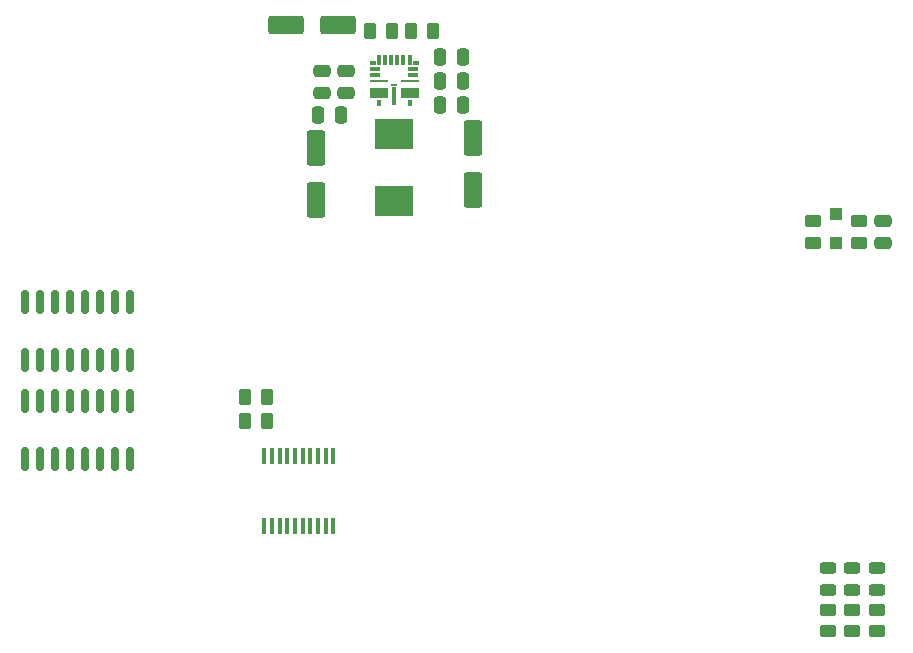
<source format=gbr>
G04 #@! TF.GenerationSoftware,KiCad,Pcbnew,(6.0.1)*
G04 #@! TF.CreationDate,2022-11-23T13:30:13-08:00*
G04 #@! TF.ProjectId,Prime Mover,5072696d-6520-44d6-9f76-65722e6b6963,rev?*
G04 #@! TF.SameCoordinates,Original*
G04 #@! TF.FileFunction,Paste,Top*
G04 #@! TF.FilePolarity,Positive*
%FSLAX46Y46*%
G04 Gerber Fmt 4.6, Leading zero omitted, Abs format (unit mm)*
G04 Created by KiCad (PCBNEW (6.0.1)) date 2022-11-23 13:30:13*
%MOMM*%
%LPD*%
G01*
G04 APERTURE LIST*
G04 Aperture macros list*
%AMRoundRect*
0 Rectangle with rounded corners*
0 $1 Rounding radius*
0 $2 $3 $4 $5 $6 $7 $8 $9 X,Y pos of 4 corners*
0 Add a 4 corners polygon primitive as box body*
4,1,4,$2,$3,$4,$5,$6,$7,$8,$9,$2,$3,0*
0 Add four circle primitives for the rounded corners*
1,1,$1+$1,$2,$3*
1,1,$1+$1,$4,$5*
1,1,$1+$1,$6,$7*
1,1,$1+$1,$8,$9*
0 Add four rect primitives between the rounded corners*
20,1,$1+$1,$2,$3,$4,$5,0*
20,1,$1+$1,$4,$5,$6,$7,0*
20,1,$1+$1,$6,$7,$8,$9,0*
20,1,$1+$1,$8,$9,$2,$3,0*%
G04 Aperture macros list end*
%ADD10RoundRect,0.250000X-0.250000X-0.475000X0.250000X-0.475000X0.250000X0.475000X-0.250000X0.475000X0*%
%ADD11RoundRect,0.250000X1.250000X0.550000X-1.250000X0.550000X-1.250000X-0.550000X1.250000X-0.550000X0*%
%ADD12R,0.450000X1.475000*%
%ADD13RoundRect,0.250000X0.550000X-1.250000X0.550000X1.250000X-0.550000X1.250000X-0.550000X-1.250000X0*%
%ADD14RoundRect,0.150000X0.150000X-0.825000X0.150000X0.825000X-0.150000X0.825000X-0.150000X-0.825000X0*%
%ADD15RoundRect,0.250000X0.475000X-0.250000X0.475000X0.250000X-0.475000X0.250000X-0.475000X-0.250000X0*%
%ADD16RoundRect,0.250000X0.450000X-0.262500X0.450000X0.262500X-0.450000X0.262500X-0.450000X-0.262500X0*%
%ADD17RoundRect,0.243750X0.456250X-0.243750X0.456250X0.243750X-0.456250X0.243750X-0.456250X-0.243750X0*%
%ADD18RoundRect,0.250000X-0.262500X-0.450000X0.262500X-0.450000X0.262500X0.450000X-0.262500X0.450000X0*%
%ADD19R,3.200000X2.650000*%
%ADD20RoundRect,0.250000X-0.450000X0.262500X-0.450000X-0.262500X0.450000X-0.262500X0.450000X0.262500X0*%
%ADD21R,0.875000X0.300000*%
%ADD22R,1.525000X0.250000*%
%ADD23R,1.525000X0.950000*%
%ADD24R,0.450000X0.600000*%
%ADD25R,0.300000X1.650000*%
%ADD26R,0.450000X0.875000*%
%ADD27R,0.300000X0.875000*%
%ADD28R,0.500000X0.350000*%
%ADD29R,0.600000X0.250000*%
%ADD30R,1.000000X1.000000*%
G04 APERTURE END LIST*
D10*
X13520000Y18140000D03*
X15420000Y18140000D03*
D11*
X4840000Y24930000D03*
X440000Y24930000D03*
D12*
X-1375000Y-17478000D03*
X-725000Y-17478000D03*
X-75000Y-17478000D03*
X575000Y-17478000D03*
X1225000Y-17478000D03*
X1875000Y-17478000D03*
X2525000Y-17478000D03*
X3175000Y-17478000D03*
X3825000Y-17478000D03*
X4475000Y-17478000D03*
X4475000Y-11602000D03*
X3825000Y-11602000D03*
X3175000Y-11602000D03*
X2525000Y-11602000D03*
X1875000Y-11602000D03*
X1225000Y-11602000D03*
X575000Y-11602000D03*
X-75000Y-11602000D03*
X-725000Y-11602000D03*
X-1375000Y-11602000D03*
D13*
X16260000Y10950000D03*
X16260000Y15350000D03*
X2980000Y10130000D03*
X2980000Y14530000D03*
D14*
X-21615000Y-3445000D03*
X-20345000Y-3445000D03*
X-19075000Y-3445000D03*
X-17805000Y-3445000D03*
X-16535000Y-3445000D03*
X-15265000Y-3445000D03*
X-13995000Y-3445000D03*
X-12725000Y-3445000D03*
X-12725000Y1505000D03*
X-13995000Y1505000D03*
X-15265000Y1505000D03*
X-16535000Y1505000D03*
X-17805000Y1505000D03*
X-19075000Y1505000D03*
X-20345000Y1505000D03*
X-21615000Y1505000D03*
X-21605000Y-11835000D03*
X-20335000Y-11835000D03*
X-19065000Y-11835000D03*
X-17795000Y-11835000D03*
X-16525000Y-11835000D03*
X-15255000Y-11835000D03*
X-13985000Y-11835000D03*
X-12715000Y-11835000D03*
X-12715000Y-6885000D03*
X-13985000Y-6885000D03*
X-15255000Y-6885000D03*
X-16525000Y-6885000D03*
X-17795000Y-6885000D03*
X-19065000Y-6885000D03*
X-20335000Y-6885000D03*
X-21605000Y-6885000D03*
D15*
X5550000Y19140000D03*
X5550000Y21040000D03*
D16*
X46320000Y-26412500D03*
X46320000Y-24587500D03*
D17*
X46320000Y-22947500D03*
X46320000Y-21072500D03*
D18*
X7587500Y24450000D03*
X9412500Y24450000D03*
D19*
X9630000Y15650000D03*
X9630000Y10050000D03*
D18*
X11037500Y24440000D03*
X12862500Y24440000D03*
D15*
X3510000Y19140000D03*
X3510000Y21040000D03*
D16*
X50470000Y-26422500D03*
X50470000Y-24597500D03*
D18*
X-2992500Y-8570000D03*
X-1167500Y-8570000D03*
D20*
X45060000Y8295000D03*
X45060000Y6470000D03*
D17*
X50470000Y-22947500D03*
X50470000Y-21072500D03*
D18*
X-2982500Y-6570000D03*
X-1157500Y-6570000D03*
D16*
X48400000Y-26412500D03*
X48400000Y-24587500D03*
D21*
X8017000Y21170000D03*
X8017000Y20670000D03*
D22*
X8342000Y20170000D03*
D23*
X8343000Y19120000D03*
D24*
X8305000Y18345000D03*
D25*
X9630000Y18870000D03*
D24*
X10955000Y18345000D03*
D23*
X10917000Y19120000D03*
D22*
X10918000Y20170000D03*
D21*
X11242000Y20670000D03*
X11242000Y21170000D03*
D26*
X10955000Y21957000D03*
D27*
X10380000Y21958000D03*
X9880000Y21958000D03*
X9380000Y21958000D03*
X8880000Y21958000D03*
D26*
X8305000Y21958000D03*
D28*
X7830000Y21695000D03*
D29*
X9630000Y19820000D03*
D28*
X11430000Y21695000D03*
D17*
X48400000Y-22947500D03*
X48400000Y-21072500D03*
D10*
X13520000Y20180000D03*
X15420000Y20180000D03*
D16*
X49000000Y6457500D03*
X49000000Y8282500D03*
D15*
X50990000Y6440000D03*
X50990000Y8340000D03*
D30*
X47030000Y6450000D03*
X47030000Y8950000D03*
D10*
X3180000Y17330000D03*
X5080000Y17330000D03*
X13520000Y22200000D03*
X15420000Y22200000D03*
M02*

</source>
